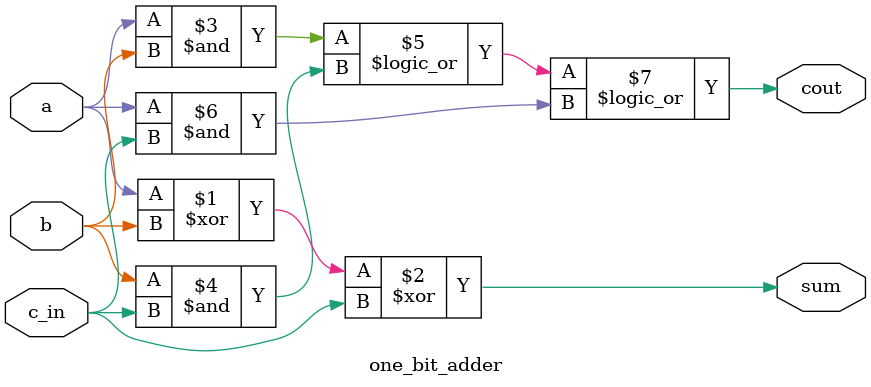
<source format=v>
module one_bit_adder (a, b, c_in, sum, cout);

    input a, b, c_in;
    output wire sum, cout;

    assign sum = a ^ b ^ c_in;
    assign cout = (a & b) || (b & c_in) || (a & c_in);

endmodule
</source>
